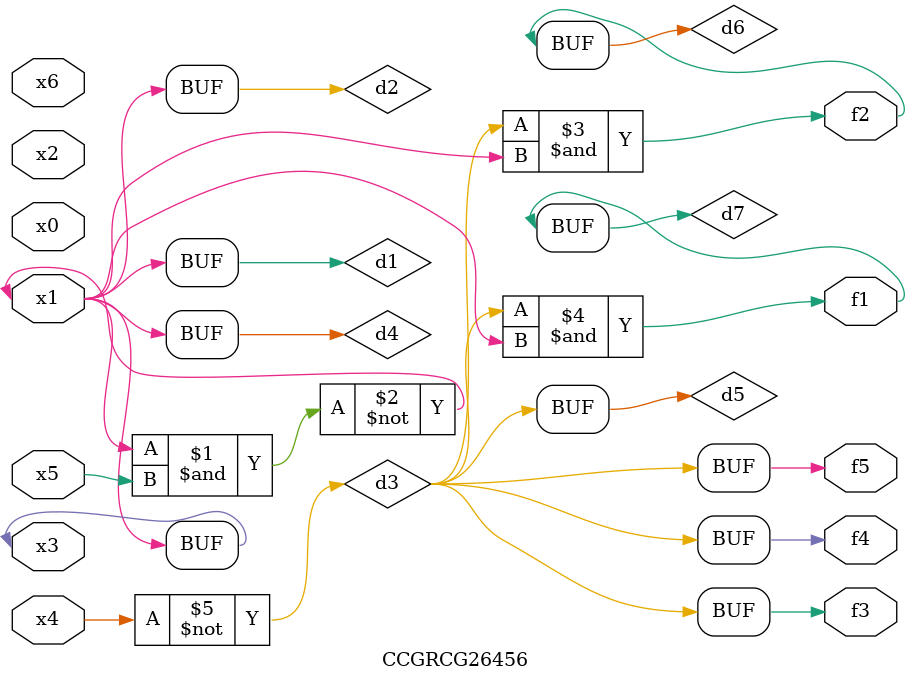
<source format=v>
module CCGRCG26456(
	input x0, x1, x2, x3, x4, x5, x6,
	output f1, f2, f3, f4, f5
);

	wire d1, d2, d3, d4, d5, d6, d7;

	buf (d1, x1, x3);
	nand (d2, x1, x5);
	not (d3, x4);
	buf (d4, d1, d2);
	buf (d5, d3);
	and (d6, d3, d4);
	and (d7, d3, d4);
	assign f1 = d7;
	assign f2 = d6;
	assign f3 = d5;
	assign f4 = d5;
	assign f5 = d5;
endmodule

</source>
